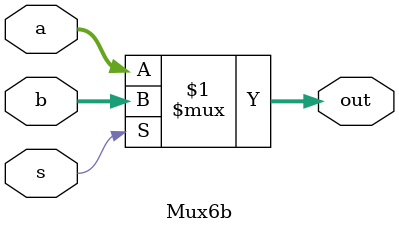
<source format=v>
module Mux6b(a, b, s, out);
    input [5:0] a;
    input [5:0] b;
    input s;

    output [5:0] out;

    assign out = s ? b : a;

endmodule
</source>
